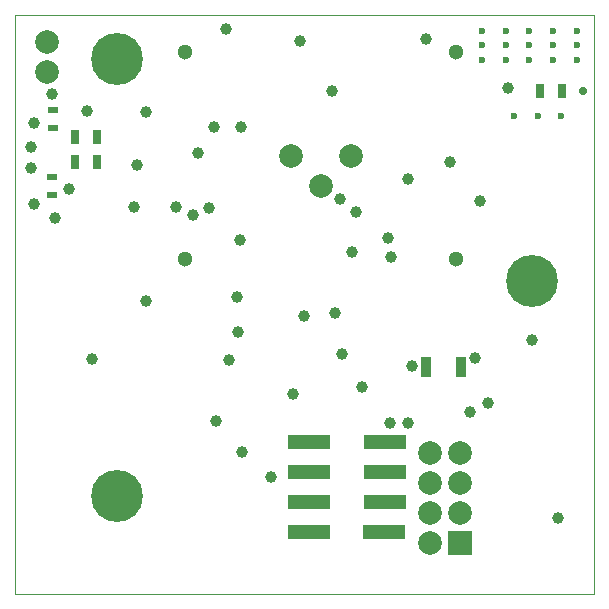
<source format=gbr>
G04 #@! TF.FileFunction,Soldermask,Bot*
%FSLAX46Y46*%
G04 Gerber Fmt 4.6, Leading zero omitted, Abs format (unit mm)*
G04 Created by KiCad (PCBNEW 4.0.4+dfsg1-stable) date Sun Feb 26 01:11:18 2017*
%MOMM*%
%LPD*%
G01*
G04 APERTURE LIST*
%ADD10C,0.100000*%
%ADD11C,0.600000*%
%ADD12R,0.900000X1.700000*%
%ADD13C,4.400000*%
%ADD14C,2.000000*%
%ADD15C,1.300000*%
%ADD16R,0.700000X1.300000*%
%ADD17R,0.900000X0.500000*%
%ADD18R,3.600000X1.270000*%
%ADD19R,2.000000X2.000000*%
%ADD20C,1.000000*%
%ADD21C,0.700000*%
G04 APERTURE END LIST*
D10*
X118400000Y-118300000D02*
X167400000Y-118300000D01*
X118400000Y-69300000D02*
X118400000Y-118300000D01*
X167400000Y-69300000D02*
X118400000Y-69300000D01*
X167400000Y-118300000D02*
X167400000Y-69300000D01*
D11*
X163950000Y-73100000D03*
X165950000Y-73100000D03*
X157950000Y-73100000D03*
X161950000Y-73100000D03*
X159950000Y-73100000D03*
X163950000Y-70600000D03*
X165950000Y-70600000D03*
X157950000Y-70600000D03*
X161950000Y-70600000D03*
X159950000Y-70600000D03*
X165950000Y-71850000D03*
X163950000Y-71850000D03*
X157950000Y-71850000D03*
X159950000Y-71850000D03*
X161950000Y-71850000D03*
X164650000Y-77800000D03*
X162650000Y-77800000D03*
X160650000Y-77800000D03*
D12*
X153225000Y-99125000D03*
X156125000Y-99125000D03*
D13*
X127000000Y-73000000D03*
X162150000Y-91800000D03*
D14*
X146800000Y-81200000D03*
X141720000Y-81200000D03*
X144260000Y-83740000D03*
D15*
X132760000Y-89950000D03*
X132760000Y-72450000D03*
X155760000Y-72450000D03*
X155760000Y-89950000D03*
D16*
X125350000Y-81700000D03*
X123450000Y-81700000D03*
X162800000Y-75700000D03*
X164700000Y-75700000D03*
X125350000Y-79600000D03*
X123450000Y-79600000D03*
D14*
X121100000Y-74070000D03*
X121100000Y-71530000D03*
D17*
X121600000Y-77350000D03*
X121600000Y-78850000D03*
X121500000Y-84500000D03*
X121500000Y-83000000D03*
D18*
X143300000Y-105460000D03*
X143300000Y-108000000D03*
X143300000Y-110540000D03*
X149700000Y-105460000D03*
X149700000Y-108000000D03*
X149675000Y-113080000D03*
X149700000Y-110540000D03*
X143325000Y-113080000D03*
D19*
X156100000Y-113980000D03*
D14*
X153560000Y-113980000D03*
X156100000Y-111440000D03*
X153560000Y-111440000D03*
X156100000Y-108900000D03*
X153560000Y-108900000D03*
X156100000Y-106360000D03*
X153560000Y-106360000D03*
D13*
X127000000Y-110000000D03*
D20*
X162150000Y-96800000D03*
X164350000Y-111900000D03*
D21*
X166500000Y-75700000D03*
D20*
X148700000Y-105500000D03*
X142900000Y-94800000D03*
X145900000Y-84900000D03*
X137400000Y-88300000D03*
X157800000Y-85050000D03*
X150250000Y-89750006D03*
X129500000Y-93500000D03*
X119750000Y-80500000D03*
X124900000Y-98400000D03*
X149950000Y-88150000D03*
X143300000Y-105460000D03*
X147250000Y-86000008D03*
X158400000Y-102100000D03*
X145499998Y-94500000D03*
X160100000Y-75500000D03*
X153200000Y-71300000D03*
X121750000Y-86499988D03*
X128750000Y-82000000D03*
X132000000Y-85500000D03*
X136250000Y-70500000D03*
X142500000Y-71500000D03*
X145250000Y-75750000D03*
X135200000Y-78800000D03*
X137500000Y-78750000D03*
X133900000Y-80999998D03*
X129500000Y-77500000D03*
X128500000Y-85500000D03*
X123000000Y-84000000D03*
X152000000Y-99000000D03*
X157300000Y-98300000D03*
X120000000Y-78410000D03*
X124500000Y-77450002D03*
X121500000Y-76000000D03*
X133500000Y-86250000D03*
X140100000Y-108400000D03*
X137200000Y-93195980D03*
X137600000Y-106300000D03*
X135400000Y-103700000D03*
X137300000Y-96100000D03*
X136500002Y-98500000D03*
X141900000Y-101400000D03*
X146914475Y-89358746D03*
X156940000Y-102870000D03*
X151654013Y-103800000D03*
X146100000Y-98000000D03*
X150100000Y-103800002D03*
X147800000Y-100800000D03*
X119750000Y-82250000D03*
X155200000Y-81700000D03*
X151700000Y-83200000D03*
X134800000Y-85600000D03*
X120000000Y-85250000D03*
M02*

</source>
